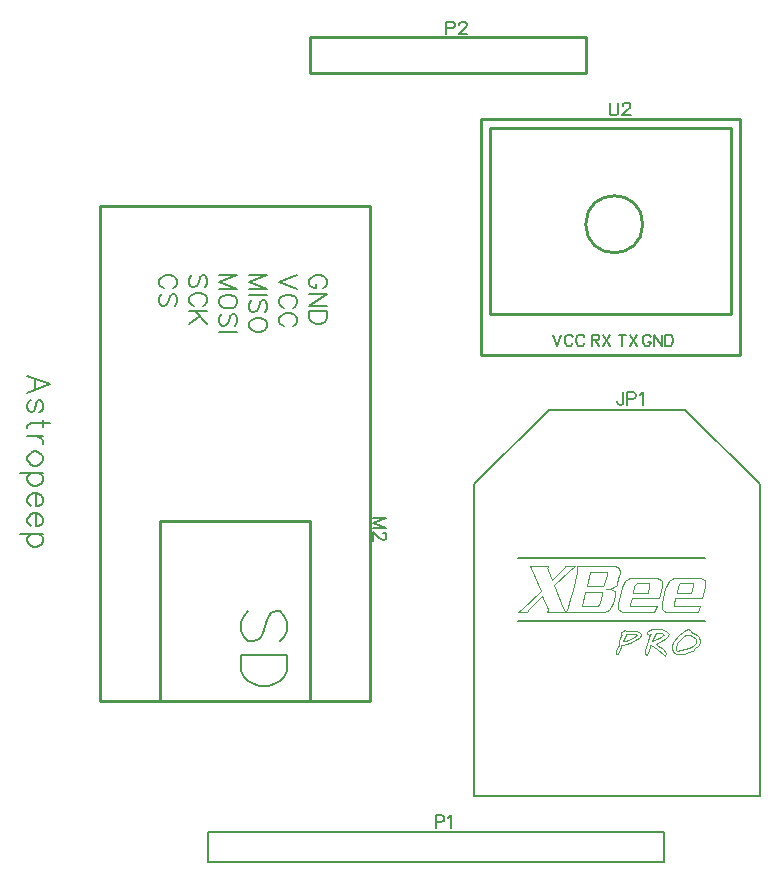
<source format=gto>
G04 Layer: TopSilkscreenLayer*
G04 EasyEDA v6.5.42, 2024-04-05 23:01:38*
G04 19b4a430252b4fb6b2096f344fa6e171,45826c4407594220944428adbfc87ba6,10*
G04 Gerber Generator version 0.2*
G04 Scale: 100 percent, Rotated: No, Reflected: No *
G04 Dimensions in millimeters *
G04 leading zeros omitted , absolute positions ,4 integer and 5 decimal *
%FSLAX45Y45*%
%MOMM*%

%ADD10C,0.1524*%
%ADD11C,0.2032*%
%ADD12C,0.1016*%
%ADD13C,0.2540*%
%ADD14C,0.2030*%
%ADD15C,0.0122*%

%LPD*%
D10*
X7748270Y9145015D02*
G01*
X7748270Y9061958D01*
X7742936Y9046210D01*
X7737856Y9041129D01*
X7727441Y9036050D01*
X7717027Y9036050D01*
X7706613Y9041129D01*
X7701279Y9046210D01*
X7696200Y9061958D01*
X7696200Y9072371D01*
X7782559Y9145015D02*
G01*
X7782559Y9036050D01*
X7782559Y9145015D02*
G01*
X7829295Y9145015D01*
X7844790Y9139936D01*
X7849870Y9134602D01*
X7855204Y9124187D01*
X7855204Y9108694D01*
X7849870Y9098279D01*
X7844790Y9093200D01*
X7829295Y9087865D01*
X7782559Y9087865D01*
X7889493Y9124187D02*
G01*
X7899908Y9129521D01*
X7915402Y9145015D01*
X7915402Y9036050D01*
X5741415Y8077200D02*
G01*
X5632450Y8077200D01*
X5741415Y8077200D02*
G01*
X5632450Y8035544D01*
X5741415Y7994142D02*
G01*
X5632450Y8035544D01*
X5741415Y7994142D02*
G01*
X5632450Y7994142D01*
X5715508Y7954518D02*
G01*
X5720588Y7954518D01*
X5731002Y7949437D01*
X5736336Y7944104D01*
X5741415Y7933689D01*
X5741415Y7913115D01*
X5736336Y7902702D01*
X5731002Y7897368D01*
X5720588Y7892287D01*
X5710174Y7892287D01*
X5699759Y7897368D01*
X5684265Y7907781D01*
X5632450Y7959852D01*
X5632450Y7886954D01*
D11*
X2897377Y9209786D02*
G01*
X2703575Y9283700D01*
X2897377Y9209786D02*
G01*
X2703575Y9135871D01*
X2768091Y9256013D02*
G01*
X2768091Y9163558D01*
X2805175Y8973312D02*
G01*
X2823463Y8982710D01*
X2832861Y9010395D01*
X2832861Y9038081D01*
X2823463Y9065768D01*
X2805175Y9074912D01*
X2786634Y9065768D01*
X2777490Y9047226D01*
X2768091Y9000997D01*
X2758947Y8982710D01*
X2740406Y8973312D01*
X2731261Y8973312D01*
X2712720Y8982710D01*
X2703575Y9010395D01*
X2703575Y9038081D01*
X2712720Y9065768D01*
X2731261Y9074912D01*
X2897377Y8884665D02*
G01*
X2740406Y8884665D01*
X2712720Y8875521D01*
X2703575Y8856979D01*
X2703575Y8838437D01*
X2832861Y8912352D02*
G01*
X2832861Y8847836D01*
X2832861Y8777478D02*
G01*
X2703575Y8777478D01*
X2777490Y8777478D02*
G01*
X2805175Y8768334D01*
X2823463Y8749792D01*
X2832861Y8731250D01*
X2832861Y8703563D01*
X2832861Y8596629D02*
G01*
X2823463Y8614918D01*
X2805175Y8633460D01*
X2777490Y8642604D01*
X2758947Y8642604D01*
X2731261Y8633460D01*
X2712720Y8614918D01*
X2703575Y8596629D01*
X2703575Y8568689D01*
X2712720Y8550402D01*
X2731261Y8531860D01*
X2758947Y8522715D01*
X2777490Y8522715D01*
X2805175Y8531860D01*
X2823463Y8550402D01*
X2832861Y8568689D01*
X2832861Y8596629D01*
X2832861Y8461755D02*
G01*
X2638806Y8461755D01*
X2805175Y8461755D02*
G01*
X2823463Y8443213D01*
X2832861Y8424671D01*
X2832861Y8396986D01*
X2823463Y8378444D01*
X2805175Y8360155D01*
X2777490Y8350758D01*
X2758947Y8350758D01*
X2731261Y8360155D01*
X2712720Y8378444D01*
X2703575Y8396986D01*
X2703575Y8424671D01*
X2712720Y8443213D01*
X2731261Y8461755D01*
X2777490Y8289797D02*
G01*
X2777490Y8179054D01*
X2795777Y8179054D01*
X2814320Y8188197D01*
X2823463Y8197595D01*
X2832861Y8215884D01*
X2832861Y8243570D01*
X2823463Y8262112D01*
X2805175Y8280654D01*
X2777490Y8289797D01*
X2758947Y8289797D01*
X2731261Y8280654D01*
X2712720Y8262112D01*
X2703575Y8243570D01*
X2703575Y8215884D01*
X2712720Y8197595D01*
X2731261Y8179054D01*
X2777490Y8118094D02*
G01*
X2777490Y8007350D01*
X2795777Y8007350D01*
X2814320Y8016494D01*
X2823463Y8025637D01*
X2832861Y8044179D01*
X2832861Y8071865D01*
X2823463Y8090408D01*
X2805175Y8108950D01*
X2777490Y8118094D01*
X2758947Y8118094D01*
X2731261Y8108950D01*
X2712720Y8090408D01*
X2703575Y8071865D01*
X2703575Y8044179D01*
X2712720Y8025637D01*
X2731261Y8007350D01*
X2832861Y7946389D02*
G01*
X2638806Y7946389D01*
X2805175Y7946389D02*
G01*
X2823463Y7927847D01*
X2832861Y7909305D01*
X2832861Y7881620D01*
X2823463Y7863078D01*
X2805175Y7844789D01*
X2777490Y7835392D01*
X2758947Y7835392D01*
X2731261Y7844789D01*
X2712720Y7863078D01*
X2703575Y7881620D01*
X2703575Y7909305D01*
X2712720Y7927847D01*
X2731261Y7946389D01*
X4842509Y7035292D02*
G01*
X4879086Y7071613D01*
X4897120Y7126223D01*
X4897120Y7198868D01*
X4879086Y7253478D01*
X4842509Y7289800D01*
X4806188Y7289800D01*
X4769865Y7271765D01*
X4751577Y7253478D01*
X4733543Y7217155D01*
X4697222Y7107936D01*
X4678934Y7071613D01*
X4660900Y7053579D01*
X4624324Y7035292D01*
X4569968Y7035292D01*
X4533391Y7071613D01*
X4515358Y7126223D01*
X4515358Y7198868D01*
X4533391Y7253478D01*
X4569968Y7289800D01*
X4897120Y6915404D02*
G01*
X4515358Y6915404D01*
X4897120Y6915404D02*
G01*
X4897120Y6787895D01*
X4879086Y6733539D01*
X4842509Y6697218D01*
X4806188Y6678929D01*
X4751577Y6660642D01*
X4660900Y6660642D01*
X4606290Y6678929D01*
X4569968Y6697218D01*
X4533391Y6733539D01*
X4515358Y6787895D01*
X4515358Y6915404D01*
X3936491Y10025634D02*
G01*
X3951224Y10032745D01*
X3965702Y10047224D01*
X3973068Y10061955D01*
X3973068Y10090912D01*
X3965702Y10105389D01*
X3951224Y10120121D01*
X3936491Y10127234D01*
X3914902Y10134600D01*
X3878325Y10134600D01*
X3856736Y10127234D01*
X3842004Y10120121D01*
X3827525Y10105389D01*
X3820159Y10090912D01*
X3820159Y10061955D01*
X3827525Y10047224D01*
X3842004Y10032745D01*
X3856736Y10025634D01*
X3951224Y9875774D02*
G01*
X3965702Y9890252D01*
X3973068Y9912095D01*
X3973068Y9941052D01*
X3965702Y9962895D01*
X3951224Y9977628D01*
X3936491Y9977628D01*
X3922013Y9970262D01*
X3914902Y9962895D01*
X3907536Y9948418D01*
X3893058Y9904729D01*
X3885691Y9890252D01*
X3878325Y9882886D01*
X3863847Y9875774D01*
X3842004Y9875774D01*
X3827525Y9890252D01*
X3820159Y9912095D01*
X3820159Y9941052D01*
X3827525Y9962895D01*
X3842004Y9977628D01*
X4205224Y10032745D02*
G01*
X4219702Y10047224D01*
X4227068Y10069068D01*
X4227068Y10098278D01*
X4219702Y10120121D01*
X4205224Y10134600D01*
X4190491Y10134600D01*
X4176013Y10127234D01*
X4168902Y10120121D01*
X4161536Y10105389D01*
X4147058Y10061955D01*
X4139691Y10047224D01*
X4132325Y10040112D01*
X4117847Y10032745D01*
X4096004Y10032745D01*
X4081525Y10047224D01*
X4074159Y10069068D01*
X4074159Y10098278D01*
X4081525Y10120121D01*
X4096004Y10134600D01*
X4190491Y9875774D02*
G01*
X4205224Y9882886D01*
X4219702Y9897618D01*
X4227068Y9912095D01*
X4227068Y9941052D01*
X4219702Y9955784D01*
X4205224Y9970262D01*
X4190491Y9977628D01*
X4168902Y9984739D01*
X4132325Y9984739D01*
X4110736Y9977628D01*
X4096004Y9970262D01*
X4081525Y9955784D01*
X4074159Y9941052D01*
X4074159Y9912095D01*
X4081525Y9897618D01*
X4096004Y9882886D01*
X4110736Y9875774D01*
X4227068Y9827768D02*
G01*
X4074159Y9827768D01*
X4227068Y9725913D02*
G01*
X4125213Y9827768D01*
X4161536Y9791445D02*
G01*
X4074159Y9725913D01*
X4481068Y10134600D02*
G01*
X4328159Y10134600D01*
X4481068Y10134600D02*
G01*
X4328159Y10076434D01*
X4481068Y10018268D02*
G01*
X4328159Y10076434D01*
X4481068Y10018268D02*
G01*
X4328159Y10018268D01*
X4481068Y9926574D02*
G01*
X4473702Y9941052D01*
X4459224Y9955784D01*
X4444491Y9962895D01*
X4422902Y9970262D01*
X4386325Y9970262D01*
X4364736Y9962895D01*
X4350004Y9955784D01*
X4335525Y9941052D01*
X4328159Y9926574D01*
X4328159Y9897618D01*
X4335525Y9882886D01*
X4350004Y9868408D01*
X4364736Y9861042D01*
X4386325Y9853929D01*
X4422902Y9853929D01*
X4444491Y9861042D01*
X4459224Y9868408D01*
X4473702Y9882886D01*
X4481068Y9897618D01*
X4481068Y9926574D01*
X4459224Y9704070D02*
G01*
X4473702Y9718547D01*
X4481068Y9740392D01*
X4481068Y9769602D01*
X4473702Y9791445D01*
X4459224Y9805924D01*
X4444491Y9805924D01*
X4430013Y9798558D01*
X4422902Y9791445D01*
X4415536Y9776713D01*
X4401058Y9733026D01*
X4393691Y9718547D01*
X4386325Y9711436D01*
X4371847Y9704070D01*
X4350004Y9704070D01*
X4335525Y9718547D01*
X4328159Y9740392D01*
X4328159Y9769602D01*
X4335525Y9791445D01*
X4350004Y9805924D01*
X4481068Y9656063D02*
G01*
X4328159Y9656063D01*
X4735068Y10134600D02*
G01*
X4582159Y10134600D01*
X4735068Y10134600D02*
G01*
X4582159Y10076434D01*
X4735068Y10018268D02*
G01*
X4582159Y10076434D01*
X4735068Y10018268D02*
G01*
X4582159Y10018268D01*
X4735068Y9970262D02*
G01*
X4582159Y9970262D01*
X4713224Y9820402D02*
G01*
X4727702Y9834879D01*
X4735068Y9856724D01*
X4735068Y9885934D01*
X4727702Y9907778D01*
X4713224Y9922255D01*
X4698491Y9922255D01*
X4684013Y9914889D01*
X4676902Y9907778D01*
X4669536Y9893045D01*
X4655058Y9849612D01*
X4647691Y9834879D01*
X4640325Y9827768D01*
X4625847Y9820402D01*
X4604004Y9820402D01*
X4589525Y9834879D01*
X4582159Y9856724D01*
X4582159Y9885934D01*
X4589525Y9907778D01*
X4604004Y9922255D01*
X4735068Y9728708D02*
G01*
X4727702Y9743439D01*
X4713224Y9757918D01*
X4698491Y9765029D01*
X4676902Y9772395D01*
X4640325Y9772395D01*
X4618736Y9765029D01*
X4604004Y9757918D01*
X4589525Y9743439D01*
X4582159Y9728708D01*
X4582159Y9699752D01*
X4589525Y9685020D01*
X4604004Y9670542D01*
X4618736Y9663429D01*
X4640325Y9656063D01*
X4676902Y9656063D01*
X4698491Y9663429D01*
X4713224Y9670542D01*
X4727702Y9685020D01*
X4735068Y9699752D01*
X4735068Y9728708D01*
X4989068Y10134600D02*
G01*
X4836159Y10076434D01*
X4989068Y10018268D02*
G01*
X4836159Y10076434D01*
X4952491Y9861042D02*
G01*
X4967224Y9868408D01*
X4981702Y9882886D01*
X4989068Y9897618D01*
X4989068Y9926574D01*
X4981702Y9941052D01*
X4967224Y9955784D01*
X4952491Y9962895D01*
X4930902Y9970262D01*
X4894325Y9970262D01*
X4872736Y9962895D01*
X4858004Y9955784D01*
X4843525Y9941052D01*
X4836159Y9926574D01*
X4836159Y9897618D01*
X4843525Y9882886D01*
X4858004Y9868408D01*
X4872736Y9861042D01*
X4952491Y9704070D02*
G01*
X4967224Y9711436D01*
X4981702Y9725913D01*
X4989068Y9740392D01*
X4989068Y9769602D01*
X4981702Y9784079D01*
X4967224Y9798558D01*
X4952491Y9805924D01*
X4930902Y9813036D01*
X4894325Y9813036D01*
X4872736Y9805924D01*
X4858004Y9798558D01*
X4843525Y9784079D01*
X4836159Y9769602D01*
X4836159Y9740392D01*
X4843525Y9725913D01*
X4858004Y9711436D01*
X4872736Y9704070D01*
X5206491Y10025634D02*
G01*
X5221224Y10032745D01*
X5235702Y10047224D01*
X5243068Y10061955D01*
X5243068Y10090912D01*
X5235702Y10105389D01*
X5221224Y10120121D01*
X5206491Y10127234D01*
X5184902Y10134600D01*
X5148325Y10134600D01*
X5126736Y10127234D01*
X5112004Y10120121D01*
X5097525Y10105389D01*
X5090159Y10090912D01*
X5090159Y10061955D01*
X5097525Y10047224D01*
X5112004Y10032745D01*
X5126736Y10025634D01*
X5148325Y10025634D01*
X5148325Y10061955D02*
G01*
X5148325Y10025634D01*
X5243068Y9977628D02*
G01*
X5090159Y9977628D01*
X5243068Y9977628D02*
G01*
X5090159Y9875774D01*
X5243068Y9875774D02*
G01*
X5090159Y9875774D01*
X5243068Y9827768D02*
G01*
X5090159Y9827768D01*
X5243068Y9827768D02*
G01*
X5243068Y9776713D01*
X5235702Y9754870D01*
X5221224Y9740392D01*
X5206491Y9733026D01*
X5184902Y9725913D01*
X5148325Y9725913D01*
X5126736Y9733026D01*
X5112004Y9740392D01*
X5097525Y9754870D01*
X5090159Y9776713D01*
X5090159Y9827768D01*
D10*
X6159500Y5563615D02*
G01*
X6159500Y5454650D01*
X6159500Y5563615D02*
G01*
X6206236Y5563615D01*
X6221729Y5558536D01*
X6227063Y5553202D01*
X6232143Y5542787D01*
X6232143Y5527294D01*
X6227063Y5516879D01*
X6221729Y5511800D01*
X6206236Y5506465D01*
X6159500Y5506465D01*
X6266434Y5542787D02*
G01*
X6276847Y5548121D01*
X6292595Y5563615D01*
X6292595Y5454650D01*
X7632700Y11596115D02*
G01*
X7632700Y11518137D01*
X7637779Y11502644D01*
X7648193Y11492229D01*
X7663941Y11487150D01*
X7674356Y11487150D01*
X7689850Y11492229D01*
X7700263Y11502644D01*
X7705343Y11518137D01*
X7705343Y11596115D01*
X7744968Y11570208D02*
G01*
X7744968Y11575287D01*
X7750047Y11585702D01*
X7755381Y11591036D01*
X7765795Y11596115D01*
X7786370Y11596115D01*
X7796784Y11591036D01*
X7802118Y11585702D01*
X7807197Y11575287D01*
X7807197Y11564874D01*
X7802118Y11554460D01*
X7791704Y11538965D01*
X7739634Y11487150D01*
X7812531Y11487150D01*
D11*
X7980172Y9607552D02*
G01*
X7975854Y9616696D01*
X7966709Y9625840D01*
X7957565Y9630412D01*
X7939277Y9630412D01*
X7930388Y9625840D01*
X7921243Y9616696D01*
X7916672Y9607552D01*
X7912100Y9594090D01*
X7912100Y9571230D01*
X7916672Y9557514D01*
X7921243Y9548624D01*
X7930388Y9539480D01*
X7939277Y9534908D01*
X7957565Y9534908D01*
X7966709Y9539480D01*
X7975854Y9548624D01*
X7980172Y9557514D01*
X7980172Y9571230D01*
X7957565Y9571230D02*
G01*
X7980172Y9571230D01*
X8010397Y9630412D02*
G01*
X8010397Y9534908D01*
X8010397Y9630412D02*
G01*
X8073897Y9534908D01*
X8073897Y9630412D02*
G01*
X8073897Y9534908D01*
X8103870Y9630412D02*
G01*
X8103870Y9534908D01*
X8103870Y9630412D02*
G01*
X8135620Y9630412D01*
X8149336Y9625840D01*
X8158479Y9616696D01*
X8163052Y9607552D01*
X8167624Y9594090D01*
X8167624Y9571230D01*
X8163052Y9557514D01*
X8158479Y9548624D01*
X8149336Y9539480D01*
X8135620Y9534908D01*
X8103870Y9534908D01*
X7480300Y9630412D02*
G01*
X7480300Y9534908D01*
X7480300Y9630412D02*
G01*
X7521193Y9630412D01*
X7534909Y9625840D01*
X7539481Y9621268D01*
X7544054Y9612124D01*
X7544054Y9602980D01*
X7539481Y9594090D01*
X7534909Y9589518D01*
X7521193Y9584946D01*
X7480300Y9584946D01*
X7512050Y9584946D02*
G01*
X7544054Y9534908D01*
X7574025Y9630412D02*
G01*
X7637525Y9534908D01*
X7637525Y9630412D02*
G01*
X7574025Y9534908D01*
X7740650Y9630412D02*
G01*
X7740650Y9534908D01*
X7708900Y9630412D02*
G01*
X7772654Y9630412D01*
X7802625Y9630412D02*
G01*
X7866125Y9534908D01*
X7866125Y9630412D02*
G01*
X7802625Y9534908D01*
X7150100Y9630412D02*
G01*
X7186422Y9534908D01*
X7222743Y9630412D02*
G01*
X7186422Y9534908D01*
X7321041Y9607552D02*
G01*
X7316470Y9616696D01*
X7307325Y9625840D01*
X7298181Y9630412D01*
X7280147Y9630412D01*
X7271004Y9625840D01*
X7261859Y9616696D01*
X7257288Y9607552D01*
X7252715Y9594090D01*
X7252715Y9571230D01*
X7257288Y9557514D01*
X7261859Y9548624D01*
X7271004Y9539480D01*
X7280147Y9534908D01*
X7298181Y9534908D01*
X7307325Y9539480D01*
X7316470Y9548624D01*
X7321041Y9557514D01*
X7419086Y9607552D02*
G01*
X7414768Y9616696D01*
X7405624Y9625840D01*
X7396479Y9630412D01*
X7378191Y9630412D01*
X7369302Y9625840D01*
X7360158Y9616696D01*
X7355586Y9607552D01*
X7351013Y9594090D01*
X7351013Y9571230D01*
X7355586Y9557514D01*
X7360158Y9548624D01*
X7369302Y9539480D01*
X7378191Y9534908D01*
X7396479Y9534908D01*
X7405624Y9539480D01*
X7414768Y9548624D01*
X7419086Y9557514D01*
D10*
X6248400Y12281915D02*
G01*
X6248400Y12172950D01*
X6248400Y12281915D02*
G01*
X6295136Y12281915D01*
X6310629Y12276836D01*
X6315963Y12271502D01*
X6321043Y12261087D01*
X6321043Y12245594D01*
X6315963Y12235179D01*
X6310629Y12230100D01*
X6295136Y12224765D01*
X6248400Y12224765D01*
X6360668Y12256008D02*
G01*
X6360668Y12261087D01*
X6365747Y12271502D01*
X6371081Y12276836D01*
X6381495Y12281915D01*
X6402070Y12281915D01*
X6412484Y12276836D01*
X6417818Y12271502D01*
X6422897Y12261087D01*
X6422897Y12250674D01*
X6417818Y12240260D01*
X6407404Y12224765D01*
X6355334Y12172950D01*
X6428231Y12172950D01*
D11*
X6486194Y5724397D02*
G01*
X6486194Y8364905D01*
X7118705Y8997391D01*
X8273694Y8997391D01*
X8906205Y8364905D01*
X8906205Y5724397D01*
X6486194Y5724397D01*
D10*
X6857923Y7741742D02*
G01*
X8439784Y7741742D01*
X6857923Y7211212D02*
G01*
X8439784Y7211212D01*
D12*
X6955383Y7672120D02*
G01*
X7108570Y7672120D01*
X7108570Y7663764D01*
X7104379Y7655407D01*
X7108570Y7648447D01*
X7108570Y7641488D01*
X7143368Y7553756D01*
X7242251Y7651242D01*
X7247813Y7658201D01*
X7251979Y7666558D01*
X7253376Y7672120D01*
X7341108Y7672120D01*
X7322997Y7659598D01*
X7309078Y7649845D01*
X7289571Y7633131D01*
X7158685Y7510602D01*
X7236663Y7318425D01*
X7258938Y7287793D01*
X7263129Y7287793D01*
X7271486Y7296150D01*
X7282611Y7329576D01*
X7299325Y7392238D01*
X7318832Y7471613D01*
X7355027Y7619212D01*
X7360589Y7644282D01*
X7360589Y7672120D01*
X7676692Y7672120D01*
X7693406Y7667955D01*
X7704556Y7660995D01*
X7712887Y7645679D01*
X7718475Y7631734D01*
X7718475Y7608062D01*
X7714284Y7596936D01*
X7697571Y7527315D01*
X7692009Y7513370D01*
X7671130Y7492492D01*
X7654416Y7485532D01*
X7632141Y7479969D01*
X7604302Y7479969D01*
X7644663Y7474381D01*
X7673898Y7460462D01*
X7675295Y7457668D01*
X7675295Y7420076D01*
X7659979Y7358811D01*
X7650251Y7343495D01*
X7647457Y7326782D01*
X7626578Y7303109D01*
X7609865Y7294753D01*
X7583398Y7286396D01*
X7100188Y7286396D01*
X7108570Y7301712D01*
X7108570Y7311466D01*
X7063993Y7421473D01*
X6948424Y7308672D01*
X6935901Y7286396D01*
X6853732Y7286396D01*
X6888530Y7311466D01*
X7050074Y7463256D01*
X6970699Y7656804D01*
X6955383Y7672120D01*
X7466431Y7624775D02*
G01*
X7594549Y7624775D01*
X7607071Y7617815D01*
X7608468Y7595539D01*
X7588961Y7521727D01*
X7584795Y7511999D01*
X7576438Y7506411D01*
X7437196Y7506411D01*
X7466431Y7624775D01*
X7427442Y7456296D02*
G01*
X7554163Y7456296D01*
X7565288Y7452105D01*
X7572247Y7442352D01*
X7572247Y7438186D01*
X7551369Y7356017D01*
X7545806Y7347661D01*
X7536052Y7336536D01*
X7530490Y7333742D01*
X7395413Y7333742D01*
X7427442Y7456296D01*
X7832648Y7445146D02*
G01*
X7842402Y7502245D01*
X7846568Y7513370D01*
X7852156Y7523124D01*
X7860512Y7527315D01*
X7959369Y7527315D01*
X7964931Y7525918D01*
X7969122Y7521727D01*
X7969122Y7503642D01*
X7953806Y7443749D01*
X7834045Y7443749D01*
X7832648Y7445146D01*
X8012277Y7286396D02*
G01*
X7736560Y7286396D01*
X7725435Y7289190D01*
X7714284Y7297546D01*
X7707325Y7307300D01*
X7703159Y7322616D01*
X7703159Y7336536D01*
X7705928Y7358811D01*
X7733791Y7482738D01*
X7737957Y7498054D01*
X7754670Y7531480D01*
X7767218Y7549591D01*
X7789494Y7563510D01*
X7806207Y7569072D01*
X7814538Y7570470D01*
X8033181Y7570470D01*
X8048497Y7564907D01*
X8066608Y7550988D01*
X8072170Y7545400D01*
X8072170Y7496657D01*
X8048497Y7400594D01*
X7820126Y7400594D01*
X7808975Y7353249D01*
X7806207Y7344892D01*
X7807579Y7335138D01*
X7813166Y7330947D01*
X8013674Y7330947D01*
X8031784Y7333742D01*
X8012277Y7286396D01*
X8203056Y7445146D02*
G01*
X8212810Y7502245D01*
X8216976Y7513370D01*
X8222538Y7523124D01*
X8230920Y7527315D01*
X8329777Y7527315D01*
X8335340Y7525918D01*
X8339531Y7521727D01*
X8339531Y7503642D01*
X8324189Y7443749D01*
X8204454Y7443749D01*
X8203056Y7445146D01*
X8382685Y7286396D02*
G01*
X8106968Y7286396D01*
X8095818Y7289190D01*
X8084693Y7297546D01*
X8077733Y7307300D01*
X8073542Y7322616D01*
X8073542Y7336536D01*
X8076336Y7358811D01*
X8104200Y7482738D01*
X8108365Y7498054D01*
X8125079Y7531480D01*
X8137601Y7549591D01*
X8159877Y7563510D01*
X8176590Y7569072D01*
X8184946Y7570470D01*
X8403590Y7570470D01*
X8418880Y7564907D01*
X8436990Y7550988D01*
X8442579Y7545400D01*
X8442579Y7496657D01*
X8418880Y7400594D01*
X8190509Y7400594D01*
X8179384Y7353249D01*
X8176590Y7344892D01*
X8177987Y7335138D01*
X8183549Y7330947D01*
X8384082Y7330947D01*
X8402167Y7333742D01*
X8382685Y7286396D01*
X7725435Y7113727D02*
G01*
X7737957Y7113727D01*
X7749108Y7122083D01*
X7760258Y7133234D01*
X7772781Y7126274D01*
X7822920Y7126274D01*
X7863281Y7122083D01*
X7891145Y7105370D01*
X7898104Y7092848D01*
X7898104Y7087285D01*
X7892541Y7074738D01*
X7884185Y7065010D01*
X7867472Y7053859D01*
X7806207Y7023227D01*
X7774177Y7010679D01*
X7749108Y7005116D01*
X7740751Y7003719D01*
X7730997Y7003719D01*
X7726832Y6991197D01*
X7718475Y6966127D01*
X7711516Y6943852D01*
X7705928Y6934098D01*
X7703159Y6928535D01*
X7697571Y6925741D01*
X7690611Y6929932D01*
X7685049Y6938289D01*
X7685049Y6948043D01*
X7687843Y6959168D01*
X7700365Y6985609D01*
X7708722Y7005116D01*
X7711516Y7023227D01*
X7715681Y7039940D01*
X7722641Y7062215D01*
X7729600Y7078929D01*
X7736560Y7090054D01*
X7725435Y7090054D01*
X7725435Y7113727D01*
X7774177Y7098411D02*
G01*
X7845196Y7098411D01*
X7861909Y7091451D01*
X7866075Y7088682D01*
X7864678Y7084491D01*
X7857718Y7078929D01*
X7835442Y7067778D01*
X7817332Y7055256D01*
X7792262Y7048296D01*
X7774177Y7041311D01*
X7763027Y7039940D01*
X7746314Y7039940D01*
X7771384Y7091451D01*
X7774177Y7098411D01*
X7962163Y7091451D02*
G01*
X7957972Y7097013D01*
X7951012Y7101204D01*
X7948218Y7106767D01*
X7949641Y7115124D01*
X7957972Y7123480D01*
X7973288Y7129043D01*
X7991398Y7136003D01*
X8072170Y7136003D01*
X8088884Y7131837D01*
X8108365Y7124877D01*
X8119516Y7117918D01*
X8129270Y7106767D01*
X8132038Y7099808D01*
X8125079Y7087285D01*
X8125079Y7076135D01*
X8113928Y7065010D01*
X8098612Y7055256D01*
X8067979Y7041311D01*
X8038744Y7023227D01*
X8024825Y7014870D01*
X8045704Y6993991D01*
X8072170Y6975881D01*
X8091652Y6960565D01*
X8102803Y6946620D01*
X8108365Y6932701D01*
X8109762Y6924344D01*
X8105597Y6916013D01*
X8101406Y6914616D01*
X8090281Y6922973D01*
X8035950Y6966127D01*
X7984439Y7000951D01*
X7974685Y7000951D01*
X7971916Y6991197D01*
X7962163Y6963333D01*
X7953806Y6938289D01*
X7948218Y6924344D01*
X7948218Y6916013D01*
X7932927Y6929932D01*
X7931531Y6950811D01*
X7934299Y6964730D01*
X7946847Y7009307D01*
X7953806Y7034352D01*
X7969122Y7069175D01*
X7978876Y7087285D01*
X7983042Y7097013D01*
X7973288Y7098411D01*
X7962163Y7090054D01*
X7962163Y7091451D01*
X8022031Y7102602D02*
G01*
X8072170Y7102602D01*
X8088884Y7099808D01*
X8093049Y7091451D01*
X8083321Y7088682D01*
X8069376Y7074738D01*
X8049895Y7063612D01*
X8031784Y7053859D01*
X8010906Y7049668D01*
X7994192Y7041311D01*
X8020634Y7088682D01*
X8022031Y7102602D01*
X8281034Y7088682D02*
G01*
X8315858Y7088682D01*
X8332546Y7083094D01*
X8363204Y7051065D01*
X8363204Y7017638D01*
X8335340Y6998157D01*
X8306104Y6981444D01*
X8271281Y6970318D01*
X8237880Y6957771D01*
X8204454Y6956374D01*
X8191906Y6963333D01*
X8193303Y6977278D01*
X8205850Y7017638D01*
X8229523Y7049668D01*
X8265718Y7077532D01*
X8281034Y7088682D01*
X8296351Y7136003D02*
G01*
X8310270Y7130440D01*
X8320024Y7119289D01*
X8321420Y7112330D01*
X8340928Y7106767D01*
X8368766Y7087285D01*
X8392439Y7067778D01*
X8399399Y7041311D01*
X8396630Y7023227D01*
X8381288Y6995363D01*
X8354847Y6974484D01*
X8335340Y6955002D01*
X8299145Y6946620D01*
X8272678Y6929932D01*
X8232292Y6924344D01*
X8200288Y6924344D01*
X8176590Y6939661D01*
X8162670Y6966127D01*
X8164068Y6993991D01*
X8171027Y7027392D01*
X8175218Y7038543D01*
X8212810Y7076135D01*
X8265718Y7120712D01*
X8294979Y7136003D01*
D13*
X5600700Y10718800D02*
G01*
X3314702Y10718800D01*
X3314702Y6527807D01*
X5600700Y6527807D01*
X5600700Y10718800D01*
X5092700Y8051800D02*
G01*
X5092700Y6527800D01*
X3822700Y6527800D01*
X3822700Y8051800D01*
X5092700Y8051800D01*
D11*
X4445000Y5422900D02*
G01*
X4229100Y5422900D01*
X4229100Y5168900D01*
X8089900Y5168900D01*
X8089900Y5422900D01*
X8064500Y5422900D01*
D14*
X8064500Y5422900D02*
G01*
X4445000Y5422900D01*
D13*
X6540500Y11455400D02*
G01*
X8740503Y11455400D01*
X8740503Y9455398D01*
X7640500Y9455398D01*
X6540500Y9455398D01*
X6540500Y11455400D01*
X6616700Y11379200D02*
G01*
X8664303Y11379200D01*
X8664300Y9804400D01*
X6616700Y9804400D01*
X6616700Y11379200D01*
X5092700Y12153900D02*
G01*
X7429500Y12153900D01*
X7429500Y11849100D01*
X5092700Y11849100D01*
X5092700Y12153900D01*
G75*
G01
X7913192Y10566400D02*
G03X7913192Y10566400I-241300J0D01*
M02*

</source>
